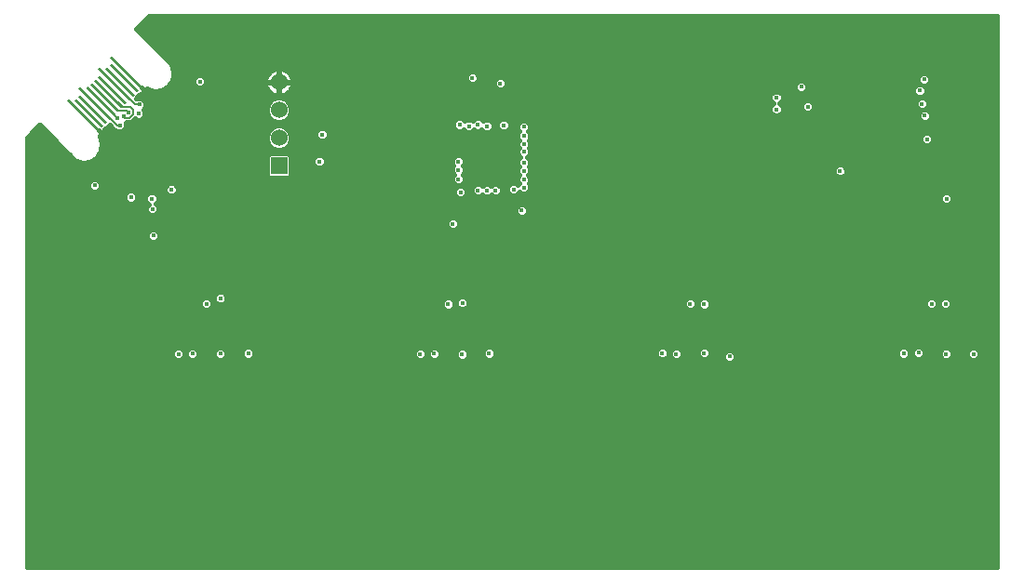
<source format=gbl>
G75*
%MOIN*%
%OFA0B0*%
%FSLAX24Y24*%
%IPPOS*%
%LPD*%
%AMOC8*
5,1,8,0,0,1.08239X$1,22.5*
%
%ADD10R,0.0600X0.0600*%
%ADD11C,0.0600*%
%ADD12R,0.1575X0.0098*%
%ADD13R,0.1378X0.0098*%
%ADD14C,0.0178*%
%ADD15C,0.0160*%
%ADD16C,0.0051*%
%ADD17C,0.0079*%
D10*
X011839Y015381D03*
D11*
X011839Y016381D03*
X011839Y017381D03*
X011839Y018381D03*
D12*
G36*
X005842Y019329D02*
X006954Y018217D01*
X006884Y018147D01*
X005772Y019259D01*
X005842Y019329D01*
G37*
G36*
X005425Y018911D02*
X006537Y017799D01*
X006467Y017729D01*
X005355Y018841D01*
X005425Y018911D01*
G37*
G36*
X004729Y018215D02*
X005841Y017103D01*
X005771Y017033D01*
X004659Y018145D01*
X004729Y018215D01*
G37*
G36*
X004311Y017798D02*
X005423Y016686D01*
X005353Y016616D01*
X004241Y017728D01*
X004311Y017798D01*
G37*
D13*
G36*
X004589Y017797D02*
X005562Y016824D01*
X005493Y016755D01*
X004520Y017728D01*
X004589Y017797D01*
G37*
G36*
X004728Y017937D02*
X005701Y016964D01*
X005632Y016895D01*
X004659Y017868D01*
X004728Y017937D01*
G37*
G36*
X005007Y018215D02*
X005980Y017242D01*
X005911Y017173D01*
X004938Y018146D01*
X005007Y018215D01*
G37*
G36*
X005146Y018354D02*
X006119Y017381D01*
X006050Y017312D01*
X005077Y018285D01*
X005146Y018354D01*
G37*
G36*
X005285Y018493D02*
X006258Y017520D01*
X006189Y017451D01*
X005216Y018424D01*
X005285Y018493D01*
G37*
G36*
X005424Y018632D02*
X006397Y017659D01*
X006328Y017590D01*
X005355Y018563D01*
X005424Y018632D01*
G37*
G36*
X005703Y018911D02*
X006676Y017938D01*
X006607Y017869D01*
X005634Y018842D01*
X005703Y018911D01*
G37*
G36*
X005842Y019050D02*
X006815Y018077D01*
X006746Y018008D01*
X005773Y018981D01*
X005842Y019050D01*
G37*
D14*
X007014Y018106D03*
X006839Y017581D03*
X006814Y017256D03*
X006439Y017306D03*
X006274Y017146D03*
X006049Y017096D03*
X006139Y016831D03*
X005464Y016556D03*
X005239Y014681D03*
X006539Y014256D03*
X007289Y014206D03*
X007314Y013831D03*
X007989Y014531D03*
X007339Y012881D03*
X009240Y010432D03*
X009752Y010626D03*
X009739Y008648D03*
X008739Y008647D03*
X008239Y008636D03*
X010739Y008656D03*
X016900Y008635D03*
X017402Y008648D03*
X018400Y008623D03*
X019364Y008658D03*
X017902Y010425D03*
X018409Y010460D03*
X018064Y013306D03*
X018339Y014431D03*
X018964Y014506D03*
X019289Y014506D03*
X019589Y014506D03*
X020239Y014531D03*
X020614Y014606D03*
X020614Y014881D03*
X020614Y015206D03*
X020614Y015506D03*
X020614Y015881D03*
X020614Y016156D03*
X020614Y016456D03*
X020614Y016781D03*
X019889Y016831D03*
X019289Y016806D03*
X018964Y016856D03*
X018639Y016806D03*
X018314Y016856D03*
X018264Y015531D03*
X018264Y015231D03*
X018264Y014906D03*
X020535Y013779D03*
X026564Y010433D03*
X027067Y010425D03*
X027067Y008665D03*
X027976Y008547D03*
X026064Y008639D03*
X025564Y008663D03*
X034214Y008656D03*
X034739Y008681D03*
X035725Y008631D03*
X036714Y008631D03*
X035714Y010431D03*
X035214Y010431D03*
X035739Y014206D03*
X035039Y016331D03*
X034964Y017181D03*
X034864Y017606D03*
X034789Y018081D03*
X034939Y018481D03*
X030775Y017500D03*
X029653Y017405D03*
X029653Y017819D03*
X030539Y018208D03*
X031933Y015196D03*
X019764Y018331D03*
X018764Y018531D03*
X013389Y016506D03*
X013289Y015531D03*
X009014Y018406D03*
D15*
X002808Y016378D02*
X002808Y001001D01*
X037569Y001001D01*
X037569Y020762D01*
X007192Y020762D01*
X006729Y020299D01*
X006723Y020293D01*
X006729Y020287D01*
X007851Y019165D01*
X007877Y019138D01*
X007877Y019138D01*
X007977Y019038D01*
X008071Y018771D01*
X008039Y018490D01*
X007889Y018251D01*
X007889Y018251D01*
X007889Y018251D01*
X007649Y018101D01*
X007649Y018101D01*
X007368Y018069D01*
X007368Y018069D01*
X007125Y018154D01*
X007123Y018146D01*
X007099Y018105D01*
X007047Y018054D01*
X006917Y018185D01*
X007047Y018054D01*
X006996Y018002D01*
X006955Y017979D01*
X006909Y017966D01*
X006889Y017966D01*
X006800Y017877D01*
X006716Y017793D01*
X006728Y017781D01*
X006748Y017801D01*
X006929Y017801D01*
X007058Y017672D01*
X007058Y017491D01*
X006973Y017406D01*
X007033Y017347D01*
X007033Y017166D01*
X006904Y017037D01*
X006723Y017037D01*
X006681Y017079D01*
X006678Y017076D01*
X006553Y016951D01*
X006388Y016951D01*
X006364Y016927D01*
X006352Y016927D01*
X006358Y016922D01*
X006358Y016741D01*
X006229Y016612D01*
X006048Y016612D01*
X005998Y016662D01*
X005969Y016662D01*
X005869Y016761D01*
X005777Y016854D01*
X005686Y016764D01*
X005604Y016681D01*
X005604Y016661D01*
X005592Y016615D01*
X005568Y016574D01*
X005516Y016523D01*
X005386Y016653D01*
X005386Y016653D01*
X005516Y016523D01*
X005465Y016471D01*
X005424Y016447D01*
X005416Y016445D01*
X005501Y016202D01*
X005501Y016202D01*
X005469Y015921D01*
X005469Y015921D01*
X005319Y015682D01*
X005319Y015682D01*
X005319Y015682D01*
X005080Y015531D01*
X005080Y015531D01*
X004799Y015499D01*
X004799Y015499D01*
X004532Y015593D01*
X004532Y015593D01*
X004432Y015693D01*
X004397Y015728D01*
X004397Y015728D01*
X003281Y016844D01*
X003277Y016847D01*
X003271Y016841D01*
X003271Y016841D01*
X002808Y016378D01*
X002845Y016415D02*
X003710Y016415D01*
X003552Y016573D02*
X003003Y016573D01*
X003162Y016732D02*
X003393Y016732D01*
X003869Y016256D02*
X002808Y016256D01*
X002808Y016098D02*
X004027Y016098D01*
X004186Y015939D02*
X002808Y015939D01*
X002808Y015781D02*
X004344Y015781D01*
X004503Y015622D02*
X002808Y015622D01*
X002808Y015464D02*
X011409Y015464D01*
X011409Y015622D02*
X005224Y015622D01*
X005381Y015781D02*
X011454Y015781D01*
X011485Y015811D02*
X011409Y015735D01*
X011409Y015028D01*
X011485Y014952D01*
X012192Y014952D01*
X012268Y015028D01*
X012268Y015735D01*
X012192Y015811D01*
X011485Y015811D01*
X011595Y016017D02*
X011753Y015952D01*
X011924Y015952D01*
X012082Y016017D01*
X012203Y016138D01*
X012268Y016296D01*
X012268Y016467D01*
X012203Y016625D01*
X012082Y016746D01*
X011924Y016811D01*
X011753Y016811D01*
X011595Y016746D01*
X011474Y016625D01*
X011409Y016467D01*
X011409Y016296D01*
X011474Y016138D01*
X011595Y016017D01*
X011515Y016098D02*
X005489Y016098D01*
X005482Y016256D02*
X011425Y016256D01*
X011409Y016415D02*
X005427Y016415D01*
X005466Y016573D02*
X005466Y016573D01*
X005567Y016573D02*
X011453Y016573D01*
X011581Y016732D02*
X006348Y016732D01*
X006358Y016890D02*
X018095Y016890D01*
X018095Y016947D02*
X018095Y016766D01*
X018223Y016637D01*
X018404Y016637D01*
X018451Y016684D01*
X018548Y016587D01*
X018729Y016587D01*
X018826Y016684D01*
X018873Y016637D01*
X019054Y016637D01*
X019101Y016684D01*
X019198Y016587D01*
X019379Y016587D01*
X019508Y016716D01*
X019508Y016897D01*
X019379Y017026D01*
X019198Y017026D01*
X019151Y016979D01*
X019054Y017076D01*
X018873Y017076D01*
X018776Y016979D01*
X018729Y017026D01*
X018548Y017026D01*
X018501Y016979D01*
X018404Y017076D01*
X018223Y017076D01*
X018095Y016947D01*
X018196Y017049D02*
X012113Y017049D01*
X012082Y017017D02*
X012203Y017138D01*
X012268Y017296D01*
X012268Y017467D01*
X012203Y017625D01*
X012082Y017746D01*
X011924Y017811D01*
X011753Y017811D01*
X011595Y017746D01*
X011474Y017625D01*
X011409Y017467D01*
X011409Y017296D01*
X011474Y017138D01*
X011595Y017017D01*
X011753Y016952D01*
X011924Y016952D01*
X012082Y017017D01*
X012232Y017207D02*
X029542Y017207D01*
X029562Y017186D02*
X029744Y017186D01*
X029872Y017314D01*
X029872Y017496D01*
X029756Y017612D01*
X029872Y017728D01*
X029872Y017909D01*
X029744Y018038D01*
X029562Y018038D01*
X029434Y017909D01*
X029434Y017728D01*
X029550Y017612D01*
X029434Y017496D01*
X029434Y017314D01*
X029562Y017186D01*
X029765Y017207D02*
X034745Y017207D01*
X034745Y017272D02*
X034745Y017091D01*
X034873Y016962D01*
X035054Y016962D01*
X035183Y017091D01*
X035183Y017272D01*
X035054Y017401D01*
X034967Y017401D01*
X035083Y017516D01*
X035083Y017697D01*
X034954Y017826D01*
X034773Y017826D01*
X034645Y017697D01*
X034645Y017516D01*
X034773Y017387D01*
X034860Y017387D01*
X034745Y017272D01*
X034838Y017366D02*
X030951Y017366D01*
X030994Y017409D02*
X030866Y017281D01*
X030684Y017281D01*
X030556Y017409D01*
X030556Y017590D01*
X030684Y017719D01*
X030866Y017719D01*
X030994Y017590D01*
X030994Y017409D01*
X030994Y017524D02*
X034645Y017524D01*
X034645Y017683D02*
X030902Y017683D01*
X030648Y017683D02*
X029827Y017683D01*
X029844Y017524D02*
X030556Y017524D01*
X030600Y017366D02*
X029872Y017366D01*
X029434Y017366D02*
X012268Y017366D01*
X012245Y017524D02*
X029462Y017524D01*
X029479Y017683D02*
X012145Y017683D01*
X012023Y017937D02*
X012090Y017971D01*
X012151Y018015D01*
X012205Y018069D01*
X012249Y018130D01*
X012283Y018197D01*
X012307Y018269D01*
X012319Y018344D01*
X012319Y018361D01*
X011859Y018361D01*
X011859Y018401D01*
X012319Y018401D01*
X012319Y018419D01*
X012307Y018494D01*
X012283Y018566D01*
X012249Y018633D01*
X012205Y018694D01*
X012151Y018748D01*
X012090Y018792D01*
X012023Y018826D01*
X011951Y018850D01*
X011876Y018861D01*
X011859Y018861D01*
X011859Y018402D01*
X011819Y018402D01*
X011819Y018861D01*
X011801Y018861D01*
X011726Y018850D01*
X011654Y018826D01*
X011587Y018792D01*
X008063Y018792D01*
X008055Y018634D02*
X011428Y018634D01*
X011428Y018633D02*
X011394Y018566D01*
X011370Y018494D01*
X011359Y018419D01*
X011359Y018401D01*
X011819Y018401D01*
X011819Y018361D01*
X011859Y018361D01*
X011859Y017901D01*
X011876Y017901D01*
X011951Y017913D01*
X012023Y017937D01*
X012129Y018000D02*
X029524Y018000D01*
X029434Y017841D02*
X006764Y017841D01*
X006991Y018000D02*
X011548Y018000D01*
X011526Y018015D02*
X011587Y017971D01*
X011654Y017937D01*
X011726Y017913D01*
X011801Y017901D01*
X011819Y017901D01*
X011819Y018361D01*
X011359Y018361D01*
X011359Y018344D01*
X011370Y018269D01*
X011394Y018197D01*
X011428Y018130D01*
X011472Y018069D01*
X011526Y018015D01*
X011414Y018158D02*
X007741Y018158D01*
X007930Y018317D02*
X008795Y018317D01*
X008795Y018316D02*
X008923Y018187D01*
X009104Y018187D01*
X009233Y018316D01*
X009233Y018497D01*
X009104Y018626D01*
X008923Y018626D01*
X008795Y018497D01*
X008795Y018316D01*
X008795Y018475D02*
X008029Y018475D01*
X008008Y018951D02*
X037569Y018951D01*
X037569Y019109D02*
X007906Y019109D01*
X007748Y019268D02*
X037569Y019268D01*
X037569Y019426D02*
X007589Y019426D01*
X007431Y019585D02*
X037569Y019585D01*
X037569Y019743D02*
X007272Y019743D01*
X007114Y019902D02*
X037569Y019902D01*
X037569Y020060D02*
X006955Y020060D01*
X006797Y020219D02*
X037569Y020219D01*
X037569Y020377D02*
X006807Y020377D01*
X006966Y020536D02*
X037569Y020536D01*
X037569Y020694D02*
X007124Y020694D01*
X009233Y018475D02*
X011367Y018475D01*
X011363Y018317D02*
X009233Y018317D01*
X007047Y017683D02*
X011532Y017683D01*
X011432Y017524D02*
X007058Y017524D01*
X007014Y017366D02*
X011409Y017366D01*
X011446Y017207D02*
X007033Y017207D01*
X006915Y017049D02*
X011564Y017049D01*
X012096Y016732D02*
X018129Y016732D01*
X018431Y017049D02*
X018846Y017049D01*
X019081Y017049D02*
X019796Y017049D01*
X019798Y017051D02*
X019670Y016922D01*
X019670Y016741D01*
X019798Y016612D01*
X019979Y016612D01*
X020108Y016741D01*
X020108Y016922D01*
X019979Y017051D01*
X019798Y017051D01*
X019981Y017049D02*
X034787Y017049D01*
X035140Y017049D02*
X037569Y017049D01*
X037569Y017207D02*
X035183Y017207D01*
X035089Y017366D02*
X037569Y017366D01*
X037569Y017524D02*
X035083Y017524D01*
X035083Y017683D02*
X037569Y017683D01*
X037569Y017841D02*
X029872Y017841D01*
X029782Y018000D02*
X030438Y018000D01*
X030448Y017989D02*
X030630Y017989D01*
X030758Y018118D01*
X030758Y018299D01*
X030630Y018427D01*
X030448Y018427D01*
X030320Y018299D01*
X030320Y018118D01*
X030448Y017989D01*
X030640Y018000D02*
X034570Y018000D01*
X034570Y017991D02*
X034698Y017862D01*
X034879Y017862D01*
X035008Y017991D01*
X035008Y018172D01*
X034917Y018262D01*
X035029Y018262D01*
X035158Y018391D01*
X035158Y018572D01*
X035029Y018701D01*
X034848Y018701D01*
X034720Y018572D01*
X034720Y018391D01*
X034810Y018301D01*
X034698Y018301D01*
X034570Y018172D01*
X034570Y017991D01*
X034570Y018158D02*
X030758Y018158D01*
X030740Y018317D02*
X034794Y018317D01*
X034720Y018475D02*
X019930Y018475D01*
X019983Y018422D02*
X019854Y018551D01*
X019673Y018551D01*
X019545Y018422D01*
X019545Y018241D01*
X019673Y018112D01*
X019854Y018112D01*
X019983Y018241D01*
X019983Y018422D01*
X019983Y018317D02*
X030338Y018317D01*
X030320Y018158D02*
X019900Y018158D01*
X019627Y018158D02*
X012263Y018158D01*
X012314Y018317D02*
X018669Y018317D01*
X018673Y018312D02*
X018854Y018312D01*
X018983Y018441D01*
X018983Y018622D01*
X018854Y018751D01*
X018673Y018751D01*
X018545Y018622D01*
X018545Y018441D01*
X018673Y018312D01*
X018858Y018317D02*
X019545Y018317D01*
X019597Y018475D02*
X018983Y018475D01*
X018971Y018634D02*
X034781Y018634D01*
X035096Y018634D02*
X037569Y018634D01*
X037569Y018792D02*
X012090Y018792D01*
X012249Y018634D02*
X018556Y018634D01*
X018545Y018475D02*
X012310Y018475D01*
X011859Y018475D02*
X011819Y018475D01*
X011819Y018317D02*
X011859Y018317D01*
X011859Y018158D02*
X011819Y018158D01*
X011819Y018000D02*
X011859Y018000D01*
X011859Y018634D02*
X011819Y018634D01*
X011819Y018792D02*
X011859Y018792D01*
X011587Y018792D02*
X011526Y018748D01*
X011472Y018694D01*
X011428Y018633D01*
X012224Y016573D02*
X013170Y016573D01*
X013170Y016597D02*
X013170Y016416D01*
X013298Y016287D01*
X013479Y016287D01*
X013608Y016416D01*
X013608Y016597D01*
X013479Y016726D01*
X013298Y016726D01*
X013170Y016597D01*
X013171Y016415D02*
X012268Y016415D01*
X012252Y016256D02*
X020403Y016256D01*
X020395Y016247D02*
X020395Y016066D01*
X020441Y016019D01*
X020395Y015972D01*
X020395Y015791D01*
X020491Y015694D01*
X020395Y015597D01*
X020395Y015416D01*
X020454Y015356D01*
X020395Y015297D01*
X020395Y015116D01*
X020466Y015044D01*
X020395Y014972D01*
X020395Y014791D01*
X020441Y014744D01*
X020395Y014697D01*
X020395Y014685D01*
X020329Y014751D01*
X020148Y014751D01*
X020020Y014622D01*
X020020Y014441D01*
X020148Y014312D01*
X020329Y014312D01*
X020458Y014441D01*
X020458Y014453D01*
X020523Y014387D01*
X020704Y014387D01*
X020833Y014516D01*
X020833Y014697D01*
X020786Y014744D01*
X020833Y014791D01*
X020833Y014972D01*
X020761Y015044D01*
X020833Y015116D01*
X020833Y015297D01*
X020773Y015356D01*
X020833Y015416D01*
X020833Y015597D01*
X020736Y015694D01*
X020833Y015791D01*
X020833Y015972D01*
X020786Y016019D01*
X020833Y016066D01*
X020833Y016247D01*
X020773Y016306D01*
X020833Y016366D01*
X020833Y016547D01*
X020761Y016619D01*
X020833Y016691D01*
X020833Y016872D01*
X020704Y017001D01*
X020523Y017001D01*
X020395Y016872D01*
X020395Y016691D01*
X020466Y016619D01*
X020395Y016547D01*
X020395Y016366D01*
X020454Y016306D01*
X020395Y016247D01*
X020395Y016098D02*
X012162Y016098D01*
X012223Y015781D02*
X020405Y015781D01*
X020395Y015939D02*
X005471Y015939D01*
X005654Y016732D02*
X005899Y016732D01*
X006650Y017049D02*
X006712Y017049D01*
X006943Y018158D02*
X006943Y018158D01*
X006917Y018185D02*
X006917Y018185D01*
X002808Y015305D02*
X011409Y015305D01*
X011409Y015147D02*
X002808Y015147D01*
X002808Y014988D02*
X011448Y014988D01*
X012229Y014988D02*
X018045Y014988D01*
X018045Y014997D02*
X018045Y014816D01*
X018173Y014687D01*
X018354Y014687D01*
X018483Y014816D01*
X018483Y014997D01*
X018411Y015069D01*
X018483Y015141D01*
X018483Y015322D01*
X018423Y015381D01*
X018483Y015441D01*
X018483Y015622D01*
X020419Y015622D01*
X020395Y015464D02*
X018483Y015464D01*
X018483Y015622D02*
X018354Y015751D01*
X018173Y015751D01*
X018045Y015622D01*
X013508Y015622D01*
X013379Y015751D01*
X013198Y015751D01*
X013070Y015622D01*
X012268Y015622D01*
X012268Y015464D02*
X013070Y015464D01*
X013070Y015441D02*
X013198Y015312D01*
X013379Y015312D01*
X013508Y015441D01*
X013508Y015622D01*
X013508Y015464D02*
X018045Y015464D01*
X018045Y015441D02*
X018104Y015381D01*
X018045Y015322D01*
X018045Y015141D01*
X018116Y015069D01*
X018045Y014997D01*
X018045Y015147D02*
X012268Y015147D01*
X012268Y015305D02*
X018045Y015305D01*
X018045Y015441D02*
X018045Y015622D01*
X018483Y015305D02*
X020402Y015305D01*
X020395Y015147D02*
X018483Y015147D01*
X018483Y014988D02*
X020410Y014988D01*
X020395Y014830D02*
X018483Y014830D01*
X018429Y014651D02*
X018248Y014651D01*
X018120Y014522D01*
X018120Y014341D01*
X018248Y014212D01*
X018429Y014212D01*
X018558Y014341D01*
X018558Y014522D01*
X018429Y014651D01*
X018558Y014513D02*
X018745Y014513D01*
X018745Y014597D02*
X018745Y014416D01*
X018873Y014287D01*
X019054Y014287D01*
X019126Y014359D01*
X019198Y014287D01*
X019379Y014287D01*
X019439Y014347D01*
X019498Y014287D01*
X019679Y014287D01*
X019808Y014416D01*
X019808Y014597D01*
X019679Y014726D01*
X019498Y014726D01*
X019439Y014666D01*
X019379Y014726D01*
X019198Y014726D01*
X019126Y014654D01*
X019054Y014726D01*
X018873Y014726D01*
X018745Y014597D01*
X018818Y014671D02*
X008159Y014671D01*
X008208Y014622D02*
X008079Y014751D01*
X007898Y014751D01*
X007770Y014622D01*
X007770Y014441D01*
X007898Y014312D01*
X008079Y014312D01*
X008208Y014441D01*
X008208Y014622D01*
X008208Y014513D02*
X018120Y014513D01*
X018120Y014354D02*
X008121Y014354D01*
X007856Y014354D02*
X007451Y014354D01*
X007508Y014297D02*
X007379Y014426D01*
X007198Y014426D01*
X007070Y014297D01*
X007070Y014116D01*
X007179Y014006D01*
X007095Y013922D01*
X007095Y013741D01*
X007223Y013612D01*
X007404Y013612D01*
X007533Y013741D01*
X007533Y013922D01*
X007423Y014031D01*
X007508Y014116D01*
X007508Y014297D01*
X007508Y014196D02*
X035520Y014196D01*
X035520Y014116D02*
X035520Y014297D01*
X035648Y014426D01*
X035829Y014426D01*
X035958Y014297D01*
X035958Y014116D01*
X035829Y013987D01*
X035648Y013987D01*
X035520Y014116D01*
X035598Y014037D02*
X007429Y014037D01*
X007533Y013879D02*
X020325Y013879D01*
X020316Y013870D02*
X020316Y013688D01*
X020444Y013560D01*
X020626Y013560D01*
X020754Y013688D01*
X020754Y013870D01*
X020626Y013998D01*
X020444Y013998D01*
X020316Y013870D01*
X020316Y013720D02*
X007512Y013720D01*
X007115Y013720D02*
X002808Y013720D01*
X002808Y013562D02*
X020443Y013562D01*
X020627Y013562D02*
X037569Y013562D01*
X037569Y013720D02*
X020754Y013720D01*
X020745Y013879D02*
X037569Y013879D01*
X037569Y014037D02*
X035879Y014037D01*
X035958Y014196D02*
X037569Y014196D01*
X037569Y014354D02*
X035901Y014354D01*
X035576Y014354D02*
X020371Y014354D01*
X020106Y014354D02*
X019746Y014354D01*
X019808Y014513D02*
X020020Y014513D01*
X020068Y014671D02*
X019734Y014671D01*
X019443Y014671D02*
X019434Y014671D01*
X019143Y014671D02*
X019109Y014671D01*
X019121Y014354D02*
X019131Y014354D01*
X018806Y014354D02*
X018558Y014354D01*
X018045Y014830D02*
X005400Y014830D01*
X005458Y014772D02*
X005329Y014901D01*
X005148Y014901D01*
X005020Y014772D01*
X005020Y014591D01*
X005148Y014462D01*
X005329Y014462D01*
X005458Y014591D01*
X005458Y014772D01*
X005458Y014671D02*
X007818Y014671D01*
X007770Y014513D02*
X005379Y014513D01*
X005098Y014513D02*
X002808Y014513D01*
X002808Y014671D02*
X005020Y014671D01*
X005077Y014830D02*
X002808Y014830D01*
X002808Y014354D02*
X006326Y014354D01*
X006320Y014347D02*
X006320Y014166D01*
X006448Y014037D01*
X006629Y014037D01*
X006758Y014166D01*
X006758Y014347D01*
X006629Y014476D01*
X006448Y014476D01*
X006320Y014347D01*
X006320Y014196D02*
X002808Y014196D01*
X002808Y014037D02*
X007148Y014037D01*
X007095Y013879D02*
X002808Y013879D01*
X002808Y013403D02*
X017850Y013403D01*
X017845Y013397D02*
X017845Y013216D01*
X017973Y013087D01*
X018154Y013087D01*
X018283Y013216D01*
X018283Y013397D01*
X018154Y013526D01*
X017973Y013526D01*
X017845Y013397D01*
X017845Y013245D02*
X002808Y013245D01*
X002808Y013086D02*
X007233Y013086D01*
X007248Y013101D02*
X007120Y012972D01*
X007120Y012791D01*
X007248Y012662D01*
X007429Y012662D01*
X007558Y012791D01*
X007558Y012972D01*
X007429Y013101D01*
X007248Y013101D01*
X007444Y013086D02*
X037569Y013086D01*
X037569Y012928D02*
X007558Y012928D01*
X007536Y012769D02*
X037569Y012769D01*
X037569Y012611D02*
X002808Y012611D01*
X002808Y012769D02*
X007141Y012769D01*
X007120Y012928D02*
X002808Y012928D01*
X002808Y012452D02*
X037569Y012452D01*
X037569Y012294D02*
X002808Y012294D01*
X002808Y012135D02*
X037569Y012135D01*
X037569Y011977D02*
X002808Y011977D01*
X002808Y011818D02*
X037569Y011818D01*
X037569Y011660D02*
X002808Y011660D01*
X002808Y011501D02*
X037569Y011501D01*
X037569Y011343D02*
X002808Y011343D01*
X002808Y011184D02*
X037569Y011184D01*
X037569Y011026D02*
X002808Y011026D01*
X002808Y010867D02*
X037569Y010867D01*
X037569Y010709D02*
X009971Y010709D01*
X009971Y010716D02*
X009842Y010845D01*
X009661Y010845D01*
X009533Y010716D01*
X009533Y010535D01*
X009661Y010407D01*
X009842Y010407D01*
X009971Y010535D01*
X009971Y010716D01*
X009971Y010550D02*
X017717Y010550D01*
X017683Y010516D02*
X017683Y010335D01*
X017811Y010206D01*
X017992Y010206D01*
X018121Y010335D01*
X018121Y010516D01*
X017992Y010644D01*
X017811Y010644D01*
X017683Y010516D01*
X017683Y010392D02*
X009459Y010392D01*
X009459Y010341D02*
X009331Y010213D01*
X009149Y010213D01*
X009021Y010341D01*
X009021Y010522D01*
X009149Y010651D01*
X009331Y010651D01*
X009459Y010522D01*
X009459Y010341D01*
X009351Y010233D02*
X017784Y010233D01*
X018019Y010233D02*
X026454Y010233D01*
X026473Y010214D02*
X026654Y010214D01*
X026783Y010342D01*
X026783Y010524D01*
X026654Y010652D01*
X026473Y010652D01*
X026345Y010524D01*
X026345Y010342D01*
X026473Y010214D01*
X026673Y010233D02*
X026949Y010233D01*
X026976Y010206D02*
X027157Y010206D01*
X027286Y010334D01*
X027286Y010516D01*
X027157Y010644D01*
X026976Y010644D01*
X026848Y010516D01*
X026848Y010334D01*
X026976Y010206D01*
X027184Y010233D02*
X035102Y010233D01*
X035123Y010212D02*
X034995Y010341D01*
X034995Y010522D01*
X035123Y010651D01*
X035304Y010651D01*
X035433Y010522D01*
X035433Y010341D01*
X035304Y010212D01*
X035123Y010212D01*
X035325Y010233D02*
X035602Y010233D01*
X035623Y010212D02*
X035804Y010212D01*
X035933Y010341D01*
X035933Y010522D01*
X035804Y010651D01*
X035623Y010651D01*
X035495Y010522D01*
X035495Y010341D01*
X035623Y010212D01*
X035825Y010233D02*
X037569Y010233D01*
X037569Y010075D02*
X002808Y010075D01*
X002808Y010233D02*
X009129Y010233D01*
X009021Y010392D02*
X002808Y010392D01*
X002808Y010550D02*
X009049Y010550D01*
X009431Y010550D02*
X009533Y010550D01*
X009533Y010709D02*
X002808Y010709D01*
X002808Y009916D02*
X037569Y009916D01*
X037569Y009758D02*
X002808Y009758D01*
X002808Y009599D02*
X037569Y009599D01*
X037569Y009441D02*
X002808Y009441D01*
X002808Y009282D02*
X037569Y009282D01*
X037569Y009124D02*
X002808Y009124D01*
X002808Y008965D02*
X037569Y008965D01*
X037569Y008807D02*
X036848Y008807D01*
X036804Y008851D02*
X036623Y008851D01*
X036495Y008722D01*
X036495Y008541D01*
X036623Y008412D01*
X036804Y008412D01*
X036933Y008541D01*
X036933Y008722D01*
X036804Y008851D01*
X036579Y008807D02*
X035860Y008807D01*
X035816Y008851D02*
X035635Y008851D01*
X035506Y008722D01*
X035506Y008541D01*
X035635Y008412D01*
X035816Y008412D01*
X035944Y008541D01*
X035944Y008722D01*
X035816Y008851D01*
X035591Y008807D02*
X034923Y008807D01*
X034958Y008772D02*
X034829Y008901D01*
X034648Y008901D01*
X034520Y008772D01*
X034520Y008591D01*
X034648Y008462D01*
X034829Y008462D01*
X034958Y008591D01*
X034958Y008772D01*
X034958Y008648D02*
X035506Y008648D01*
X035558Y008490D02*
X034856Y008490D01*
X034621Y008490D02*
X034356Y008490D01*
X034304Y008437D02*
X034433Y008566D01*
X034433Y008747D01*
X034304Y008876D01*
X034123Y008876D01*
X033995Y008747D01*
X033995Y008566D01*
X034123Y008437D01*
X034304Y008437D01*
X034071Y008490D02*
X028195Y008490D01*
X028195Y008456D02*
X028195Y008638D01*
X028067Y008766D01*
X027885Y008766D01*
X027757Y008638D01*
X027757Y008456D01*
X027885Y008328D01*
X028067Y008328D01*
X028195Y008456D01*
X028070Y008331D02*
X037569Y008331D01*
X037569Y008173D02*
X002808Y008173D01*
X002808Y008331D02*
X027882Y008331D01*
X027757Y008490D02*
X027201Y008490D01*
X027157Y008446D02*
X027286Y008574D01*
X027286Y008756D01*
X027157Y008884D01*
X026976Y008884D01*
X026848Y008756D01*
X026848Y008574D01*
X026976Y008446D01*
X027157Y008446D01*
X026932Y008490D02*
X026224Y008490D01*
X026283Y008548D02*
X026154Y008420D01*
X025973Y008420D01*
X025845Y008548D01*
X025845Y008730D01*
X025973Y008858D01*
X026154Y008858D01*
X026283Y008730D01*
X026283Y008548D01*
X026283Y008648D02*
X026848Y008648D01*
X026898Y008807D02*
X026206Y008807D01*
X025921Y008807D02*
X025729Y008807D01*
X025783Y008753D02*
X025654Y008882D01*
X025473Y008882D01*
X025345Y008753D01*
X025345Y008572D01*
X025473Y008444D01*
X025654Y008444D01*
X025783Y008572D01*
X025783Y008753D01*
X025783Y008648D02*
X025845Y008648D01*
X025903Y008490D02*
X025700Y008490D01*
X025427Y008490D02*
X019505Y008490D01*
X019454Y008439D02*
X019583Y008567D01*
X019583Y008749D01*
X019454Y008877D01*
X019273Y008877D01*
X019145Y008749D01*
X019145Y008567D01*
X019273Y008439D01*
X019454Y008439D01*
X019222Y008490D02*
X018577Y008490D01*
X018619Y008532D02*
X018491Y008404D01*
X018310Y008404D01*
X018181Y008532D01*
X018181Y008714D01*
X018310Y008842D01*
X018491Y008842D01*
X018619Y008714D01*
X018619Y008532D01*
X018619Y008648D02*
X019145Y008648D01*
X019202Y008807D02*
X018527Y008807D01*
X018274Y008807D02*
X017553Y008807D01*
X017492Y008867D02*
X017621Y008739D01*
X017621Y008557D01*
X017492Y008429D01*
X017311Y008429D01*
X017183Y008557D01*
X017183Y008739D01*
X017311Y008867D01*
X017492Y008867D01*
X017251Y008807D02*
X017038Y008807D01*
X016991Y008854D02*
X016810Y008854D01*
X016681Y008726D01*
X016681Y008544D01*
X016810Y008416D01*
X016991Y008416D01*
X017119Y008544D01*
X017119Y008726D01*
X016991Y008854D01*
X016762Y008807D02*
X010898Y008807D01*
X010958Y008747D02*
X010829Y008876D01*
X010648Y008876D01*
X010520Y008747D01*
X010520Y008566D01*
X010648Y008437D01*
X010829Y008437D01*
X010958Y008566D01*
X010958Y008747D01*
X010958Y008648D02*
X016681Y008648D01*
X016736Y008490D02*
X010881Y008490D01*
X010596Y008490D02*
X009890Y008490D01*
X009829Y008429D02*
X009958Y008557D01*
X009958Y008739D01*
X009829Y008867D01*
X009648Y008867D01*
X009520Y008739D01*
X009520Y008557D01*
X009648Y008429D01*
X009829Y008429D01*
X009587Y008490D02*
X008891Y008490D01*
X008829Y008428D02*
X008958Y008556D01*
X008958Y008737D01*
X008829Y008866D01*
X008648Y008866D01*
X008520Y008737D01*
X008520Y008556D01*
X008648Y008428D01*
X008829Y008428D01*
X008586Y008490D02*
X008402Y008490D01*
X008458Y008546D02*
X008329Y008417D01*
X008148Y008417D01*
X008020Y008546D01*
X008020Y008727D01*
X008148Y008855D01*
X008329Y008855D01*
X008458Y008727D01*
X008458Y008546D01*
X008458Y008648D02*
X008520Y008648D01*
X008589Y008807D02*
X008378Y008807D01*
X008099Y008807D02*
X002808Y008807D01*
X002808Y008648D02*
X008020Y008648D01*
X008076Y008490D02*
X002808Y008490D01*
X002808Y008014D02*
X037569Y008014D01*
X037569Y007856D02*
X002808Y007856D01*
X002808Y007697D02*
X037569Y007697D01*
X037569Y007539D02*
X002808Y007539D01*
X002808Y007380D02*
X037569Y007380D01*
X037569Y007222D02*
X002808Y007222D01*
X002808Y007063D02*
X037569Y007063D01*
X037569Y006905D02*
X002808Y006905D01*
X002808Y006746D02*
X037569Y006746D01*
X037569Y006588D02*
X002808Y006588D01*
X002808Y006429D02*
X037569Y006429D01*
X037569Y006271D02*
X002808Y006271D01*
X002808Y006112D02*
X037569Y006112D01*
X037569Y005954D02*
X002808Y005954D01*
X002808Y005795D02*
X037569Y005795D01*
X037569Y005637D02*
X002808Y005637D01*
X002808Y005478D02*
X037569Y005478D01*
X037569Y005320D02*
X002808Y005320D01*
X002808Y005161D02*
X037569Y005161D01*
X037569Y005003D02*
X002808Y005003D01*
X002808Y004844D02*
X037569Y004844D01*
X037569Y004686D02*
X002808Y004686D01*
X002808Y004527D02*
X037569Y004527D01*
X037569Y004369D02*
X002808Y004369D01*
X002808Y004210D02*
X037569Y004210D01*
X037569Y004052D02*
X002808Y004052D01*
X002808Y003893D02*
X037569Y003893D01*
X037569Y003735D02*
X002808Y003735D01*
X002808Y003576D02*
X037569Y003576D01*
X037569Y003418D02*
X002808Y003418D01*
X002808Y003259D02*
X037569Y003259D01*
X037569Y003100D02*
X002808Y003100D01*
X002808Y002942D02*
X037569Y002942D01*
X037569Y002783D02*
X002808Y002783D01*
X002808Y002625D02*
X037569Y002625D01*
X037569Y002466D02*
X002808Y002466D01*
X002808Y002308D02*
X037569Y002308D01*
X037569Y002149D02*
X002808Y002149D01*
X002808Y001991D02*
X037569Y001991D01*
X037569Y001832D02*
X002808Y001832D01*
X002808Y001674D02*
X037569Y001674D01*
X037569Y001515D02*
X002808Y001515D01*
X002808Y001357D02*
X037569Y001357D01*
X037569Y001198D02*
X002808Y001198D01*
X002808Y001040D02*
X037569Y001040D01*
X037569Y008490D02*
X036881Y008490D01*
X036933Y008648D02*
X037569Y008648D01*
X036546Y008490D02*
X035893Y008490D01*
X035944Y008648D02*
X036495Y008648D01*
X034554Y008807D02*
X034373Y008807D01*
X034433Y008648D02*
X034520Y008648D01*
X034054Y008807D02*
X027235Y008807D01*
X027286Y008648D02*
X027767Y008648D01*
X028185Y008648D02*
X033995Y008648D01*
X034995Y010392D02*
X027286Y010392D01*
X027251Y010550D02*
X035022Y010550D01*
X035405Y010550D02*
X035522Y010550D01*
X035495Y010392D02*
X035433Y010392D01*
X035905Y010550D02*
X037569Y010550D01*
X037569Y010392D02*
X035933Y010392D01*
X037569Y013245D02*
X018283Y013245D01*
X018277Y013403D02*
X037569Y013403D01*
X037569Y014513D02*
X020829Y014513D01*
X020833Y014671D02*
X037569Y014671D01*
X037569Y014830D02*
X020833Y014830D01*
X020817Y014988D02*
X031831Y014988D01*
X031842Y014977D02*
X032023Y014977D01*
X032152Y015106D01*
X032152Y015287D01*
X032023Y015415D01*
X031842Y015415D01*
X031714Y015287D01*
X031714Y015106D01*
X031842Y014977D01*
X032034Y014988D02*
X037569Y014988D01*
X037569Y015147D02*
X032152Y015147D01*
X032134Y015305D02*
X037569Y015305D01*
X037569Y015464D02*
X020833Y015464D01*
X020825Y015305D02*
X031732Y015305D01*
X031714Y015147D02*
X020833Y015147D01*
X020808Y015622D02*
X037569Y015622D01*
X037569Y015781D02*
X020822Y015781D01*
X020833Y015939D02*
X037569Y015939D01*
X037569Y016098D02*
X020833Y016098D01*
X020824Y016256D02*
X034820Y016256D01*
X034820Y016241D02*
X034948Y016112D01*
X035129Y016112D01*
X035258Y016241D01*
X035258Y016422D01*
X035129Y016551D01*
X034948Y016551D01*
X034820Y016422D01*
X034820Y016241D01*
X034820Y016415D02*
X020833Y016415D01*
X020807Y016573D02*
X037569Y016573D01*
X037569Y016415D02*
X035258Y016415D01*
X035258Y016256D02*
X037569Y016256D01*
X037569Y016732D02*
X020833Y016732D01*
X020815Y016890D02*
X037569Y016890D01*
X037569Y018000D02*
X035008Y018000D01*
X035008Y018158D02*
X037569Y018158D01*
X037569Y018317D02*
X035083Y018317D01*
X035158Y018475D02*
X037569Y018475D01*
X026882Y010550D02*
X026756Y010550D01*
X026783Y010392D02*
X026848Y010392D01*
X026371Y010550D02*
X018628Y010550D01*
X018628Y010551D02*
X018500Y010679D01*
X018318Y010679D01*
X018190Y010551D01*
X018190Y010370D01*
X018318Y010241D01*
X018500Y010241D01*
X018628Y010370D01*
X018628Y010551D01*
X018628Y010392D02*
X026345Y010392D01*
X025398Y008807D02*
X019525Y008807D01*
X019583Y008648D02*
X025345Y008648D01*
X018224Y008490D02*
X017553Y008490D01*
X017621Y008648D02*
X018181Y008648D01*
X017251Y008490D02*
X017065Y008490D01*
X017119Y008648D02*
X017183Y008648D01*
X018121Y010392D02*
X018190Y010392D01*
X018190Y010550D02*
X018087Y010550D01*
X010579Y008807D02*
X009890Y008807D01*
X009958Y008648D02*
X010520Y008648D01*
X009587Y008807D02*
X008888Y008807D01*
X008958Y008648D02*
X009520Y008648D01*
X007070Y014196D02*
X006758Y014196D01*
X006751Y014354D02*
X007126Y014354D01*
X013070Y015441D02*
X013070Y015622D01*
X013606Y016415D02*
X020395Y016415D01*
X020420Y016573D02*
X013608Y016573D01*
X019508Y016732D02*
X019679Y016732D01*
X019670Y016890D02*
X019508Y016890D01*
X020108Y016890D02*
X020412Y016890D01*
X020395Y016732D02*
X020098Y016732D01*
D16*
X007014Y018106D02*
X006382Y018738D01*
X006363Y018738D01*
X005748Y017972D02*
X005737Y017972D01*
X005748Y017972D02*
X006239Y017481D01*
X006514Y017481D01*
X006614Y017381D01*
X006614Y017231D01*
X006489Y017106D01*
X006314Y017106D01*
X006274Y017146D01*
X006049Y017104D02*
X006049Y017096D01*
X006049Y017104D02*
X005459Y017694D01*
X005598Y017833D02*
X005612Y017833D01*
X006089Y017356D01*
X006389Y017356D01*
X006439Y017306D01*
X005464Y016556D02*
X004832Y017188D01*
X004832Y017207D01*
D17*
X005250Y017620D02*
X006039Y016831D01*
X006043Y016831D01*
X005250Y017624D01*
X005250Y017620D01*
X005946Y018320D02*
X005950Y018320D01*
X006689Y017581D01*
X006839Y017581D01*
X006139Y016831D02*
X006043Y016831D01*
M02*

</source>
